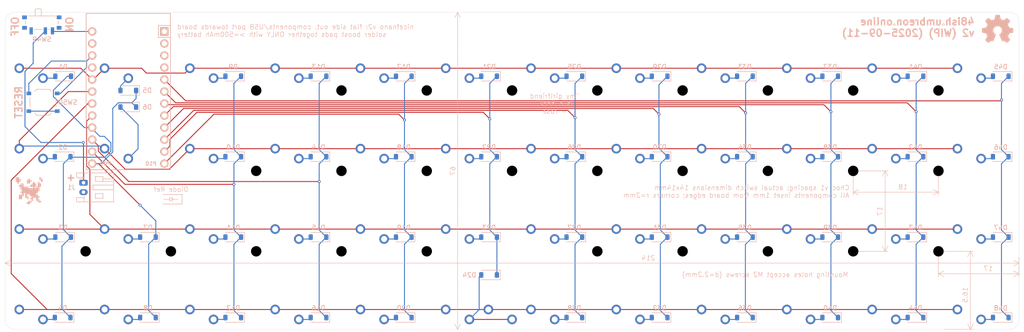
<source format=kicad_pcb>
(kicad_pcb
	(version 20241229)
	(generator "pcbnew")
	(generator_version "9.0")
	(general
		(thickness 1.6)
		(legacy_teardrops no)
	)
	(paper "A3")
	(title_block
		(title "plank")
		(rev "v1.0.0")
		(company "Unknown")
	)
	(layers
		(0 "F.Cu" signal)
		(2 "B.Cu" signal)
		(9 "F.Adhes" user "F.Adhesive")
		(11 "B.Adhes" user "B.Adhesive")
		(13 "F.Paste" user)
		(15 "B.Paste" user)
		(5 "F.SilkS" user "F.Silkscreen")
		(7 "B.SilkS" user "B.Silkscreen")
		(1 "F.Mask" user)
		(3 "B.Mask" user)
		(17 "Dwgs.User" user "User.Drawings")
		(19 "Cmts.User" user "User.Comments")
		(21 "Eco1.User" user "User.Eco1")
		(23 "Eco2.User" user "User.Eco2")
		(25 "Edge.Cuts" user)
		(27 "Margin" user)
		(31 "F.CrtYd" user "F.Courtyard")
		(29 "B.CrtYd" user "B.Courtyard")
		(35 "F.Fab" user)
		(33 "B.Fab" user)
	)
	(setup
		(pad_to_mask_clearance 0)
		(allow_soldermask_bridges_in_footprints no)
		(tenting front back)
		(pcbplotparams
			(layerselection 0x00000000_00000000_55555555_5755f5ff)
			(plot_on_all_layers_selection 0x00000000_00000000_00000000_00000000)
			(disableapertmacros no)
			(usegerberextensions no)
			(usegerberattributes yes)
			(usegerberadvancedattributes yes)
			(creategerberjobfile yes)
			(dashed_line_dash_ratio 12.000000)
			(dashed_line_gap_ratio 3.000000)
			(svgprecision 4)
			(plotframeref no)
			(mode 1)
			(useauxorigin no)
			(hpglpennumber 1)
			(hpglpenspeed 20)
			(hpglpendiameter 15.000000)
			(pdf_front_fp_property_popups yes)
			(pdf_back_fp_property_popups yes)
			(pdf_metadata yes)
			(pdf_single_document no)
			(dxfpolygonmode yes)
			(dxfimperialunits yes)
			(dxfusepcbnewfont yes)
			(psnegative no)
			(psa4output no)
			(plot_black_and_white yes)
			(sketchpadsonfab no)
			(plotpadnumbers no)
			(hidednponfab no)
			(sketchdnponfab yes)
			(crossoutdnponfab yes)
			(subtractmaskfromsilk no)
			(outputformat 1)
			(mirror no)
			(drillshape 0)
			(scaleselection 1)
			(outputdirectory "48ish_soldered_out/")
		)
	)
	(net 0 "")
	(net 1 "Net-(D1-A)")
	(net 2 "/col0")
	(net 3 "Net-(D2-A)")
	(net 4 "Net-(D3-A)")
	(net 5 "Net-(D4-A)")
	(net 6 "/col1")
	(net 7 "Net-(D5-A)")
	(net 8 "Net-(D6-A)")
	(net 9 "Net-(D7-A)")
	(net 10 "Net-(D8-A)")
	(net 11 "Net-(D9-A)")
	(net 12 "/col2")
	(net 13 "Net-(D10-A)")
	(net 14 "Net-(D11-A)")
	(net 15 "Net-(D12-A)")
	(net 16 "/col3")
	(net 17 "Net-(D13-A)")
	(net 18 "Net-(D14-A)")
	(net 19 "Net-(D15-A)")
	(net 20 "Net-(D16-A)")
	(net 21 "Net-(D17-A)")
	(net 22 "/col4")
	(net 23 "Net-(D18-A)")
	(net 24 "Net-(D19-A)")
	(net 25 "Net-(D20-A)")
	(net 26 "Net-(D21-A)")
	(net 27 "/col5")
	(net 28 "Net-(D22-A)")
	(net 29 "Net-(D23-A)")
	(net 30 "Net-(D24-A)")
	(net 31 "Net-(D25-A)")
	(net 32 "/col6")
	(net 33 "Net-(D26-A)")
	(net 34 "Net-(D27-A)")
	(net 35 "Net-(D28-A)")
	(net 36 "/col7")
	(net 37 "Net-(D29-A)")
	(net 38 "Net-(D30-A)")
	(net 39 "Net-(D31-A)")
	(net 40 "Net-(D32-A)")
	(net 41 "Net-(D33-A)")
	(net 42 "/col8")
	(net 43 "Net-(D34-A)")
	(net 44 "Net-(D35-A)")
	(net 45 "Net-(D36-A)")
	(net 46 "Net-(D37-A)")
	(net 47 "/col9")
	(net 48 "Net-(D38-A)")
	(net 49 "Net-(D39-A)")
	(net 50 "Net-(D40-A)")
	(net 51 "Net-(D41-A)")
	(net 52 "/col10")
	(net 53 "Net-(D42-A)")
	(net 54 "Net-(D43-A)")
	(net 55 "Net-(D44-A)")
	(net 56 "/col11")
	(net 57 "Net-(D45-A)")
	(net 58 "Net-(D46-A)")
	(net 59 "Net-(D47-A)")
	(net 60 "Net-(D48-A)")
	(net 61 "Net-(J1-Pin_1)")
	(net 62 "VBAT")
	(net 63 "/row0")
	(net 64 "/row2")
	(net 65 "GND")
	(net 66 "unconnected-(U1-P1{slash}TX-Pad1)")
	(net 67 "/row3")
	(net 68 "unconnected-(U1-P0{slash}RX-Pad2)")
	(net 69 "/row1")
	(net 70 "Net-(SW50-A)")
	(net 71 "unconnected-(SW49-A-Pad1)")
	(footprint "stuff:Choc_v1" (layer "F.Cu") (at 134.5 128))
	(footprint "stuff:Choc_v1" (layer "F.Cu") (at 242.5 128))
	(footprint "stuff:Choc_v1" (layer "F.Cu") (at 188.5 128))
	(footprint "stuff:shitty_m2_mounting_hole" (layer "F.Cu") (at 161.5 136.5))
	(footprint "stuff:Choc_v1" (layer "F.Cu") (at 278.5 111))
	(footprint "stuff:shitty_m2_mounting_hole" (layer "F.Cu") (at 197.5 153.5))
	(footprint "stuff:shitty_m2_mounting_hole" (layer "F.Cu") (at 305.5 136.5))
	(footprint "stuff:Choc_v1" (layer "F.Cu") (at 206.5 111))
	(footprint "stuff:Choc_v1" (layer "F.Cu") (at 170.5 145))
	(footprint "stuff:Choc_v1" (layer "F.Cu") (at 260.5 111))
	(footprint "stuff:Choc_v1" (layer "F.Cu") (at 152.5 128))
	(footprint "stuff:shitty_m2_mounting_hole" (layer "F.Cu") (at 287.5 153.5))
	(footprint "stuff:Choc_v1" (layer "F.Cu") (at 116.5 128))
	(footprint "stuff:Choc_v1" (layer "F.Cu") (at 224.5 128))
	(footprint "stuff:shitty_m2_mounting_hole" (layer "F.Cu") (at 179.5 153.5))
	(footprint "stuff:Choc_v1" (layer "F.Cu") (at 224.5 145))
	(footprint "stuff:Choc_v1" (layer "F.Cu") (at 134.5 111))
	(footprint "stuff:shitty_m2_mounting_hole" (layer "F.Cu") (at 215.5 119.5))
	(footprint "stuff:shitty_m2_mounting_hole" (layer "F.Cu") (at 269.5 153.5))
	(footprint "stuff:Choc_v1" (layer "F.Cu") (at 314.5 145))
	(footprint "stuff:Choc_v1" (layer "F.Cu") (at 314.5 128))
	(footprint "stuff:Choc_v1" (layer "F.Cu") (at 278.5 162))
	(footprint "stuff:shitty_m2_mounting_hole" (layer "F.Cu") (at 197.5 136.5))
	(footprint "stuff:Choc_v1" (layer "F.Cu") (at 224.5 111))
	(footprint "stuff:Choc_v1" (layer "F.Cu") (at 260.5 162))
	(footprint "stuff:shitty_m2_mounting_hole" (layer "F.Cu") (at 233.5 136.5))
	(footprint "stuff:Choc_v1" (layer "F.Cu") (at 188.5 162))
	(footprint "stuff:Choc_v1" (layer "F.Cu") (at 152.5 162))
	(footprint "stuff:Choc_v1" (layer "F.Cu") (at 116.5 162))
	(footprint "stuff:shitty_m2_mounting_hole" (layer "F.Cu") (at 233.5 153.5))
	(footprint "stuff:shitty_m2_mounting_hole" (layer "F.Cu") (at 161.5 153.5))
	(footprint "stuff:Choc_v1" (layer "F.Cu") (at 170.5 162))
	(footprint "stuff:Choc_v1" (layer "F.Cu") (at 278.5 128))
	(footprint "stuff:Choc_v1" (layer "F.Cu") (at 116.5 145))
	(footprint "stuff:Choc_v1" (layer "F.Cu") (at 260.5 128))
	(footprint "stuff:Choc_v1" (layer "F.Cu") (at 206.5 128))
	(footprint "stuff:Choc_v1" (layer "F.Cu") (at 242.5 111))
	(footprint "stuff:shitty_m2_mounting_hole" (layer "F.Cu") (at 251.5 136.5))
	(footprint "stuff:Choc_v1" (layer "F.Cu") (at 242.5 145))
	(footprint "stuff:Choc_v1" (layer "F.Cu") (at 215.5 162))
	(footprint "stuff:Choc_v1" (layer "F.Cu") (at 134.5 145))
	(footprint "stuff:Choc_v1" (layer "F.Cu") (at 296.5 145))
	(footprint "stuff:shitty_m2_mounting_hole" (layer "F.Cu") (at 251.5 119.5))
	(footprint "stuff:Choc_v1" (layer "F.Cu") (at 170.5 128))
	(footprint "stuff:Choc_v1" (layer "F.Cu") (at 296.5 162))
	(footprint "stuff:Choc_v1" (layer "F.Cu") (at 314.5 111))
	(footprint "stuff:shitty_m2_mounting_hole" (layer "F.Cu") (at 197.5 119.5))
	(footprint "stuff:Choc_v1" (layer "F.Cu") (at 260.5 145))
	(footprint "stuff:Choc_v1" (layer "F.Cu") (at 170.5 111))
	(footprint "stuff:Choc_v1" (layer "F.Cu") (at 116.5 111))
	(footprint "stuff:shitty_m2_mounting_hole" (layer "F.Cu") (at 233.5 119.5))
	(footprint "stuff:Choc_v1" (layer "F.Cu") (at 152.5 111))
	(footprint "stuff:shitty_m2_mounting_hole" (layer "F.Cu") (at 305.5 119.5))
	(footprint "stuff:shitty_m2_mounting_hole" (layer "F.Cu") (at 179.5 119.5))
	(footprint "stuff:shitty_m2_mounting_hole" (layer "F.Cu") (at 287.5 119.5))
	(footprint "stuff:Choc_v1" (layer "F.Cu") (at 188.5 111))
	(footprint "stuff:Choc_v1" (layer "F.Cu") (at 206.5 162))
	(footprint "stuff:shitty_m2_mounting_hole" (layer "F.Cu") (at 251.5 153.5))
	(footprint "stuff:shitty_m2_mounting_hole" (layer "F.Cu") (at 269.5 136.5))
	(footprint "stuff:Choc_v1"
		(layer "F.Cu")
		(uuid "af34793c-daa4-4b79-95b7-6a08e89da75f")
		(at 314.5 162)
		(property "Reference" "SW48"
			(at 0 0 0)
			(layer "F.SilkS")
			(hide yes)
			(uuid "541f78e3-30ca-46a0-829a-c350c8bd6488")
			(effects
				(font
					(size 1.27 1.27)
					(thickness 0.15)
				)
			)
		)
		(property "Value" "SW_SPST"
			(at 0 0 0)
			(layer "F.SilkS")
			(hide yes)
			(uuid "c946a7ff-19b3-4cc8-a137-09131e4f43f6")
			(effects
				(font
					(size 1.27 1.27)
					(thickness 0.15)
				)
			)
		)
		(property "Datasheet" "~"
			(at 0 0 0)
			(layer "F.Fab")
			(hide yes)
			(uuid "c002c301-9b48-4ac9-90b7-5c9546a86264")
			(effects
				(font
					(size 1.27 1.27)
					(thickness 0.15)
				)
			)
		)
		(property "Description" "Single Pole Single Throw (SPST) switch"
			(at 0 0 0)
			(layer "F.Fab")
			(hide yes)
			(uuid "e7768342-1231-46c5-8abd-ea706634fdff")
			(effects
				(font
					(size 1.27 1.27)
					(thickness 0.15)
				)
			)
		)
		(path "/a0f4c260-c94c-4389-b0dc-6a1faebf1b04")
		(sheetname "/")
		(sheetfile "48ish_soldered.kicad_sch")
		(attr through_hole)
		(fp_line
			(start -9 -8.5)
			(end 9 -8.5)
			(stroke
				(width 0.15)
				(type solid)
			)
			(layer "Dwgs.User")
			(uuid "159b41ad-116b-4626-b962-aff74eaac337")
		)
		(fp_line
			(start -9 8.5)
			(end -9 -8.5)
			(stroke
				(width 0.15)
				(type solid)
			)
			(layer "Dwgs.User")
			(uuid "360c1585-fc9c-4014-b471-fa85a0ebf5ea")
		)
		(fp_line
			(start -7 -6)
			(end -7 -7)
			(stroke
				(width 0.15)
				(type solid)
			)
			(layer "Dwgs.User")
			(uuid "a226d315-f7dc-42e7-a98b-ab2919a994de")
		)
		(fp_line
			(start -7 7)
			(end -7 6)
			(stroke
				(width 0.15)
				(type solid)
			)
			(layer "Dwgs.User")
			(uuid "82a2ba49-8e4b-4423-9b69-ee187277658a")
		)
		(fp_line
			(start -7 7)
			(end -6 7)
			(stroke
				(width 0.15)
				(type solid)
			)
			(layer "Dwgs.User")
			(uuid "290f0337-2687-4801-96ee-83a217c8d7ff")
		)
		(fp_line
			(start -6 -7)
			(end -7 -7)
			(stroke
				(width 0.15)
				(type solid)
			)
			(layer "Dwgs.User")
			(uuid "eb8a1660-1ff3-47e5-a342-ed2f51cedc22")
		)
		(fp_line
			(start 6 7)
			(end 7 7)
			(stroke
				(width 0.15)
				(type solid)
			)
			(layer "Dwgs.User")
			(uuid "7ddd7d55-d1fc-433f-8b47-35907796db15")
		)
		(fp_line
			(start 7 -7)
			(end 6 -7)
			(stroke
				(width 0.15)
				(type solid)
			)
			(layer "Dwgs.User")
			(uuid "75d2e287-2620-41f4-9c7a-7ee970680e0b")
		)
		(fp_line
			(start 7 -7)
			(end 7 -6)
			(stroke
				(width 0.15)
				(type solid)
			)
			(layer "Dwgs.User")
			(uuid "24a53999-8592-4fa4-be4d-b756f8b6426b")
		)
		(fp_line
			(start 7 6)
			(end 7 7)
			(stroke
				(width 0.15)
				(type solid)
			)
			(layer "Dwgs.User")
			(uuid "a8f837cd-a941-453b-8347-c39b4fba6076")
		)
		(fp_line
			(start 9 -8.5)
			(end 9 8.5)
			(stroke
				(width 0.15)
				(type solid)
			)
			(layer "Dwgs.User")
			(uuid "e432349b-912d-4655-8d68-387455af2041")
		)
		(fp_line
			(start 9 8.5)
			(end -9 8.5)
			(stroke
				(width 0.15)
				(type solid)
			)
			(layer "Dwgs.User")
			(uuid "92417981-0acf-4127-bf8f-f539c756f504")
		)
		(pad "" np_thru_hole circle
			(at -5.5 0 180)
			(size 1.7018 1.7018)
			(drill 1.7018)
			(layers "*.Cu" "*.Mask")
			(uuid "e0b86a4c-cfe9-4955-9997-6a9f54f893c4")
		)
		(pad "" np_thru_hole circle
			(at 0 0 180)
			(size 3.429 3.429)
			(drill 3.429)
			(layers "*.Cu" "*.Mask")
			(uuid "6d5ae354-07f5-4001-99d5-8839d170bd16")
		)
		(pad "" np_thru_hole circle
			(at 5.5 0 180)
			(size 1.7018 1.7018)
			(drill 1.7018)
			(layers "*.Cu" "*.Mask")
			(uuid "a3337838-4769-4320-82cd-b9959031aa1d")
		)
		(pad "1" thru_hole circle
			(at 
... [447312 chars truncated]
</source>
